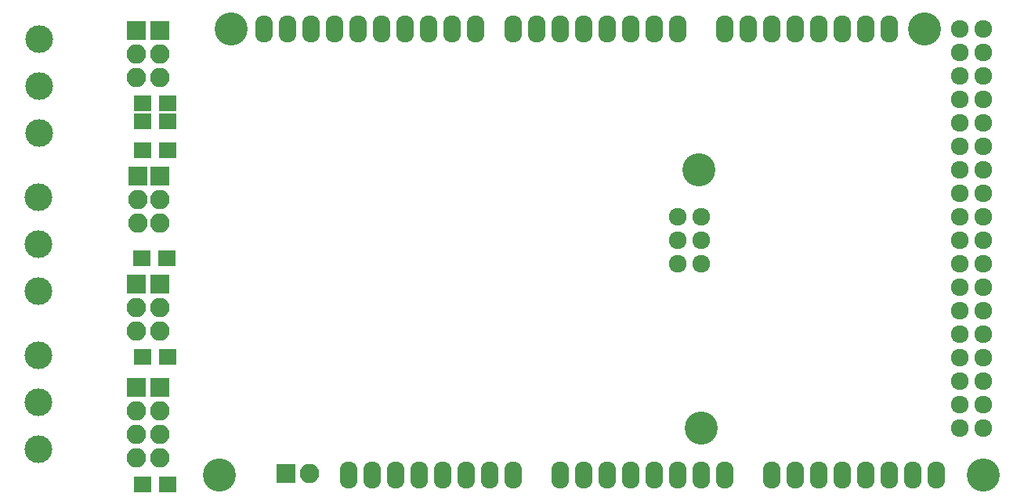
<source format=gbr>
G04 #@! TF.FileFunction,Soldermask,Top*
%FSLAX46Y46*%
G04 Gerber Fmt 4.6, Leading zero omitted, Abs format (unit mm)*
G04 Created by KiCad (PCBNEW 4.0.4-stable) date 04/21/17 11:27:43*
%MOMM*%
%LPD*%
G01*
G04 APERTURE LIST*
%ADD10C,0.100000*%
%ADD11R,2.100000X2.100000*%
%ADD12O,2.100000X2.100000*%
%ADD13R,1.900000X1.700000*%
%ADD14O,1.924000X2.940000*%
%ADD15C,3.575000*%
%ADD16C,1.924000*%
%ADD17C,3.000000*%
G04 APERTURE END LIST*
D10*
D11*
X155200000Y-53850000D03*
D12*
X155200000Y-56390000D03*
X155200000Y-58930000D03*
D13*
X153300000Y-61790000D03*
X156000000Y-61790000D03*
X153300000Y-66810000D03*
X156000000Y-66810000D03*
X153300000Y-102960000D03*
X156000000Y-102960000D03*
X153310000Y-89190000D03*
X156010000Y-89190000D03*
D14*
X216210000Y-53680000D03*
X218750000Y-53680000D03*
X221290000Y-53680000D03*
X223830000Y-53680000D03*
X226370000Y-53680000D03*
X228910000Y-53680000D03*
X231450000Y-53680000D03*
X233990000Y-53680000D03*
X239070000Y-101940000D03*
X236530000Y-101940000D03*
X233990000Y-101940000D03*
X231450000Y-101940000D03*
X221290000Y-101940000D03*
X216210000Y-101940000D03*
X213670000Y-101940000D03*
X223830000Y-101940000D03*
X226370000Y-101940000D03*
X228910000Y-101940000D03*
X211130000Y-101940000D03*
X208590000Y-101940000D03*
X206050000Y-101940000D03*
X198430000Y-101940000D03*
X200970000Y-101940000D03*
X203510000Y-101940000D03*
X193350000Y-101940000D03*
X190810000Y-101940000D03*
X188270000Y-101940000D03*
X183190000Y-101940000D03*
X180650000Y-101940000D03*
X211130000Y-53680000D03*
X208590000Y-53680000D03*
X206050000Y-53680000D03*
X203510000Y-53680000D03*
X200970000Y-53680000D03*
X198430000Y-53680000D03*
X195890000Y-53680000D03*
X193350000Y-53680000D03*
X189286000Y-53680000D03*
X186746000Y-53680000D03*
X184206000Y-53680000D03*
X181666000Y-53680000D03*
X179126000Y-53680000D03*
X176586000Y-53680000D03*
X174046000Y-53680000D03*
X171506000Y-53680000D03*
X185730000Y-101940000D03*
D15*
X244150000Y-101940000D03*
X237800000Y-53680000D03*
X162870000Y-53680000D03*
X161600000Y-101940000D03*
D16*
X241610000Y-56220000D03*
X244150000Y-56220000D03*
X241610000Y-58760000D03*
X244150000Y-58760000D03*
X241610000Y-61300000D03*
X244150000Y-61300000D03*
X241610000Y-63840000D03*
X244150000Y-63840000D03*
X241610000Y-53680000D03*
X244150000Y-53680000D03*
X244150000Y-66380000D03*
X241610000Y-66380000D03*
X241610000Y-68920000D03*
X244150000Y-68920000D03*
X241610000Y-71460000D03*
X244150000Y-71460000D03*
X241610000Y-74000000D03*
X244150000Y-74000000D03*
X241610000Y-76540000D03*
X244150000Y-76540000D03*
X241610000Y-79080000D03*
X244150000Y-79080000D03*
X241610000Y-81620000D03*
X244150000Y-81620000D03*
X241610000Y-84160000D03*
X244150000Y-84160000D03*
X241610000Y-86700000D03*
X244150000Y-86700000D03*
X241610000Y-89240000D03*
X244150000Y-89240000D03*
X241610000Y-91780000D03*
X244150000Y-91780000D03*
X241610000Y-94320000D03*
X244150000Y-94320000D03*
X241610000Y-96860000D03*
X244150000Y-96860000D03*
X211130000Y-74000000D03*
X213670000Y-74000000D03*
X211130000Y-76540000D03*
X213670000Y-76540000D03*
X211130000Y-79080000D03*
X213670000Y-79080000D03*
D15*
X213416000Y-68920000D03*
X213670000Y-96860000D03*
D14*
X178110000Y-101940000D03*
X175570000Y-101940000D03*
X168966000Y-53680000D03*
X166426000Y-53680000D03*
D11*
X168860000Y-101790000D03*
D12*
X171400000Y-101790000D03*
D11*
X155200000Y-69630000D03*
D12*
X155200000Y-72170000D03*
X155200000Y-74710000D03*
D11*
X155200000Y-92510000D03*
D12*
X155200000Y-95050000D03*
X155200000Y-97590000D03*
X155200000Y-100130000D03*
D11*
X155200000Y-81320000D03*
D12*
X155200000Y-83860000D03*
X155200000Y-86400000D03*
D11*
X152660000Y-53850000D03*
D12*
X152660000Y-56390000D03*
X152660000Y-58930000D03*
D11*
X152780000Y-69630000D03*
D12*
X152780000Y-72170000D03*
X152780000Y-74710000D03*
D11*
X152660000Y-92510000D03*
D12*
X152660000Y-95050000D03*
X152660000Y-97590000D03*
X152660000Y-100130000D03*
D11*
X152660000Y-81320000D03*
D12*
X152660000Y-83860000D03*
X152660000Y-86400000D03*
D13*
X155970000Y-78550000D03*
X153270000Y-78550000D03*
X156000000Y-63700000D03*
X153300000Y-63700000D03*
D17*
X142050000Y-94100000D03*
X142050000Y-89020000D03*
X142050000Y-99180000D03*
X142100000Y-77020000D03*
X142100000Y-71940000D03*
X142100000Y-82100000D03*
X142130000Y-59860000D03*
X142130000Y-54780000D03*
X142130000Y-64940000D03*
M02*

</source>
